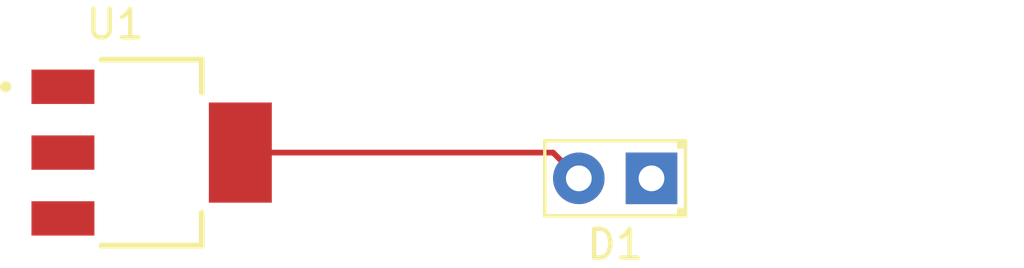
<source format=kicad_pcb>
(kicad_pcb (version 20241229) (generator "pcbnew") (generator_version "9.0")
  (layers (0 "F.Cu" signal) (2 "B.Cu" signal) (13 "F.Paste" user) (15 "B.Paste" user) (5 "F.SilkS" user "F.Silkscreen") (7 "B.SilkS" user "B.Silkscreen") (1 "F.Mask" user) (3 "B.Mask" user) (25 "Edge.Cuts" user))
  (net 0 "")
  (net 1 "VCC")
  (net 2 "GND")
  (net 5 "+BATT")
  (footprint "LED_THT:LED_D2.0mm_W4.8mm_H2.5mm_FlatTop" (layer "F.Cu") (at 194.87 97.2 180)
    (property "Reference" "D1" (at 1.27 -2.31 0) (layer "F.SilkS"))
    (property "Value" "LED")
    (fp_line (start 3.73 1.31) (end -1.19 1.31) (stroke (width 0.12)) (layer "F.SilkS"))
    (fp_line (start 3.73 -1.31) (end 3.73 1.31) (stroke (width 0.12)) (layer "F.SilkS"))
    (fp_line (start -0.95 1.08) (end -0.95 1.31) (stroke (width 0.12)) (layer "F.SilkS"))
    (fp_line (start -0.95 -1.31) (end -0.95 -1.08) (stroke (width 0.12)) (layer "F.SilkS"))
    (fp_line (start -1.07 1.08) (end -1.07 1.31) (stroke (width 0.12)) (layer "F.SilkS"))
    (fp_line (start -1.07 -1.31) (end -1.07 -1.08) (stroke (width 0.12)) (layer "F.SilkS"))
    (fp_line (start -1.19 1.31) (end -1.19 -1.31) (stroke (width 0.12)) (layer "F.SilkS"))
    (fp_line (start -1.19 -1.31) (end 3.73 -1.31) (stroke (width 0.12)) (layer "F.SilkS"))
    (pad "1" thru_hole rect (at 0 0 180) (size 1.8 1.8) (drill 0.9) (layers "*.Cu" "*.Mask") (net 2 "GND"))
    (pad "2" thru_hole circle (at 2.54 0 180) (size 1.8 1.8) (drill 0.9) (layers "*.Cu" "*.Mask") (net 1 "VCC"))
  )
  (footprint "AZ1117IH_3_3TRG1:SOT230P700X185-4N" (layer "F.Cu") (at 177.4 96.3)
    (property "Reference" "U1" (at -1.275 -4.485 0) (layer "F.SilkS"))
    (property "Value" "AZ1117IH-3.3TRG1")
    (fp_line (start -1.75 -3.25) (end 1.75 -3.25) (stroke (width 0.2)) (layer "F.SilkS"))
    (fp_line (start 1.75 -3.25) (end 1.75 -2.1) (stroke (width 0.2)) (layer "F.SilkS"))
    (fp_line (start 1.75 2.1) (end 1.75 3.25) (stroke (width 0.2)) (layer "F.SilkS"))
    (fp_line (start 1.75 3.25) (end -1.75 3.25) (stroke (width 0.2)) (layer "F.SilkS"))
    (fp_circle (center -5.1 -2.3) (end -5 -2.3) (stroke (width 0.2)) (fill no) (layer "F.SilkS"))
    (pad "1" smd rect (at -3.1 -2.3) (size 2.2 1.2) (layers "F.Cu" "F.Mask" "F.Paste"))
    (pad "2" smd rect (at -3.1 0) (size 2.2 1.2) (layers "F.Cu" "F.Mask" "F.Paste"))
    (pad "3" smd rect (at -3.1 2.3) (size 2.2 1.2) (layers "F.Cu" "F.Mask" "F.Paste") (net 5 "+BATT"))
    (pad "4" smd rect (at 3.1 0) (size 2.2 3.5) (layers "F.Cu" "F.Mask" "F.Paste") (net 1 "VCC"))
  )
  (segment (start 191.43 96.3) (end 192.33 97.2) (width 0.2) (layer "F.Cu") (net 1))
  (segment (start 180.5 96.3) (end 191.43 96.3) (width 0.2) (layer "F.Cu") (net 1))
)
</source>
